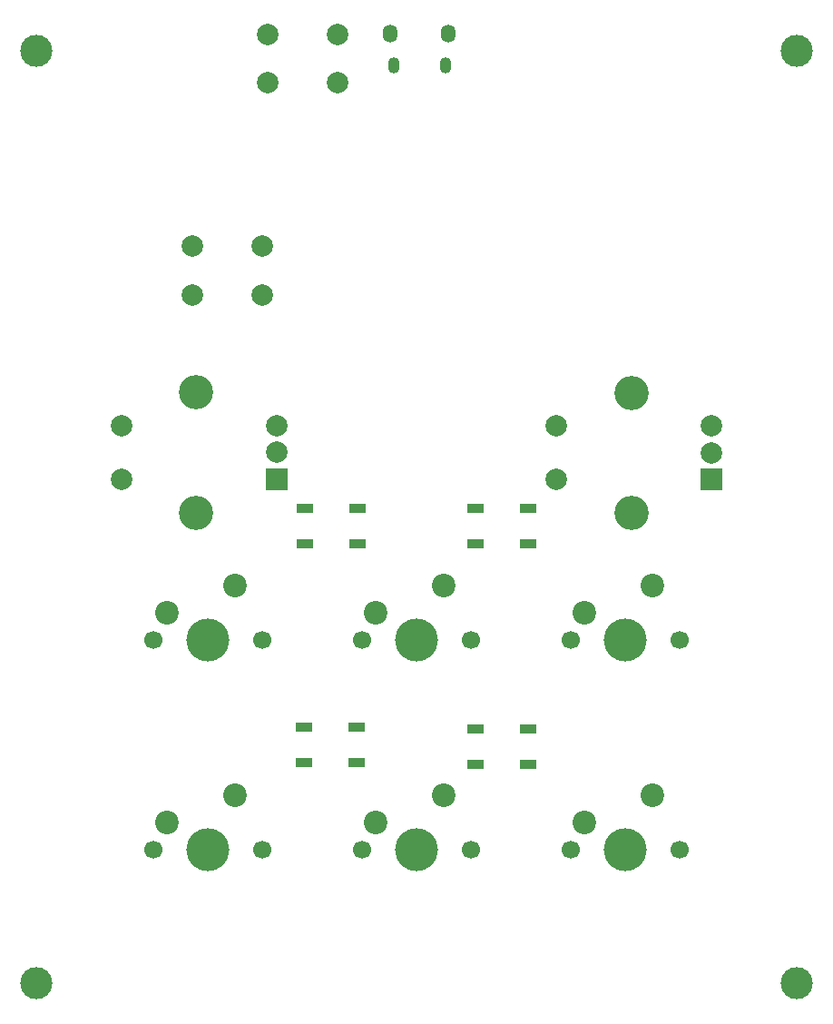
<source format=gbs>
%TF.GenerationSoftware,KiCad,Pcbnew,8.0.5*%
%TF.CreationDate,2025-01-30T00:55:54+01:00*%
%TF.ProjectId,rp2040_pad,72703230-3430-45f7-9061-642e6b696361,rev?*%
%TF.SameCoordinates,Original*%
%TF.FileFunction,Soldermask,Bot*%
%TF.FilePolarity,Negative*%
%FSLAX46Y46*%
G04 Gerber Fmt 4.6, Leading zero omitted, Abs format (unit mm)*
G04 Created by KiCad (PCBNEW 8.0.5) date 2025-01-30 00:55:54*
%MOMM*%
%LPD*%
G01*
G04 APERTURE LIST*
%ADD10C,1.700000*%
%ADD11C,4.000000*%
%ADD12C,2.200000*%
%ADD13C,2.000000*%
%ADD14O,1.350000X1.700000*%
%ADD15O,1.100000X1.500000*%
%ADD16C,3.000000*%
%ADD17R,2.000000X2.000000*%
%ADD18C,3.200000*%
%ADD19R,1.500000X0.900000*%
G04 APERTURE END LIST*
D10*
%TO.C,SW9*%
X139420000Y-137000000D03*
D11*
X144500000Y-137000000D03*
D10*
X149580000Y-137000000D03*
D12*
X147040000Y-131920000D03*
X140690000Y-134460000D03*
%TD*%
D10*
%TO.C,SW8*%
X119920000Y-137000000D03*
D11*
X125000000Y-137000000D03*
D10*
X130080000Y-137000000D03*
D12*
X127540000Y-131920000D03*
X121190000Y-134460000D03*
%TD*%
D10*
%TO.C,SW7*%
X100420000Y-137000000D03*
D11*
X105500000Y-137000000D03*
D10*
X110580000Y-137000000D03*
D12*
X108040000Y-131920000D03*
X101690000Y-134460000D03*
%TD*%
D10*
%TO.C,SW4*%
X100420000Y-117500000D03*
D11*
X105500000Y-117500000D03*
D10*
X110580000Y-117500000D03*
D12*
X108040000Y-112420000D03*
X101690000Y-114960000D03*
%TD*%
D10*
%TO.C,SW5*%
X119920000Y-117500000D03*
D11*
X125000000Y-117500000D03*
D10*
X130080000Y-117500000D03*
D12*
X127540000Y-112420000D03*
X121190000Y-114960000D03*
%TD*%
D10*
%TO.C,SW6*%
X139420000Y-117500000D03*
D11*
X144500000Y-117500000D03*
D10*
X149580000Y-117500000D03*
D12*
X147040000Y-112420000D03*
X140690000Y-114960000D03*
%TD*%
D13*
%TO.C,RESET*%
X110600000Y-85250000D03*
X104100000Y-85250000D03*
X110600000Y-80750000D03*
X104100000Y-80750000D03*
%TD*%
D14*
%TO.C,J1*%
X122545000Y-60870000D03*
D15*
X122855000Y-63870000D03*
X127695000Y-63870000D03*
D14*
X128005000Y-60870000D03*
%TD*%
D13*
%TO.C,USB_BOOT1*%
X111150000Y-61000000D03*
X117650000Y-61000000D03*
X111150000Y-65500000D03*
X117650000Y-65500000D03*
%TD*%
D16*
%TO.C,H4*%
X160500000Y-149500000D03*
%TD*%
D17*
%TO.C,SW2*%
X152550000Y-102500000D03*
D13*
X152550000Y-97500000D03*
X152550000Y-100000000D03*
D18*
X145050000Y-105600000D03*
X145050000Y-94400000D03*
D13*
X138050000Y-97500000D03*
X138050000Y-102500000D03*
%TD*%
D16*
%TO.C,H2*%
X160500000Y-62500000D03*
%TD*%
%TO.C,H1*%
X89500000Y-62500000D03*
%TD*%
%TO.C,H3*%
X89500000Y-149500000D03*
%TD*%
D19*
%TO.C,D11*%
X135450000Y-125750000D03*
X135450000Y-129050000D03*
X130550000Y-129050000D03*
X130550000Y-125750000D03*
%TD*%
%TO.C,D9*%
X119500000Y-105200000D03*
X119500000Y-108500000D03*
X114600000Y-108500000D03*
X114600000Y-105200000D03*
%TD*%
%TO.C,D10*%
X135400000Y-105200000D03*
X135400000Y-108500000D03*
X130500000Y-108500000D03*
X130500000Y-105200000D03*
%TD*%
%TO.C,D12*%
X119400000Y-125600000D03*
X119400000Y-128900000D03*
X114500000Y-128900000D03*
X114500000Y-125600000D03*
%TD*%
D17*
%TO.C,SW3*%
X111975000Y-102475000D03*
D13*
X111975000Y-97475000D03*
X111975000Y-99975000D03*
D18*
X104475000Y-105575000D03*
X104475000Y-94375000D03*
D13*
X97475000Y-97475000D03*
X97475000Y-102475000D03*
%TD*%
M02*

</source>
